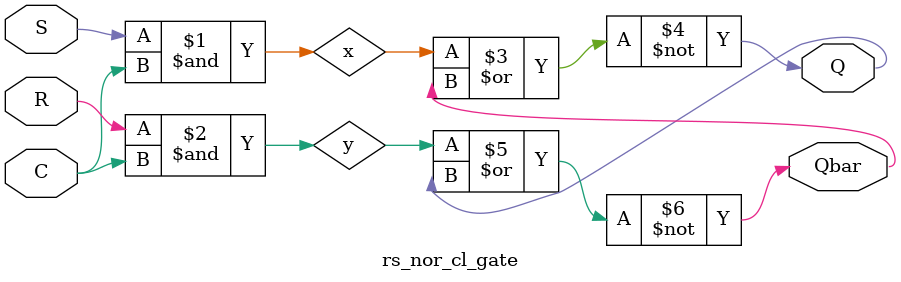
<source format=sv>
/*-----------------------------------------------------------
RS NOR latch
-----------------------------------------------------------*/
module rs_nor ( input S, R,
                output Q, Qbar);
  
   nor (Q, R, Qbar);
   nor (Qbar, S, Q);
 


endmodule

/*-----------------------------------------------------------
RS NOR latch (gated latch)
-----------------------------------------------------------*/


module rs_nor_cl (  input S, R, C,
           			output reg Q, Qbar);

   always @*
     
      if(C)
        begin
         Q    <= (~R & Q) | S;
         Qbar <= (~S & Q) | R;
        end
  
  endmodule 

/*---------------------------------------------------------
Gate level representation 
-------------------------------------------------------*/
  		
 module rs_nor_cl_gate (  input  S, R, C,
          				  output Q, Qbar);
   
   wire x, y;
   
   and (x, S, C);
   and (y, R, C);
   nor (Q, x, Qbar);
   nor (Qbar, y, Q);
   
endmodule 
</source>
